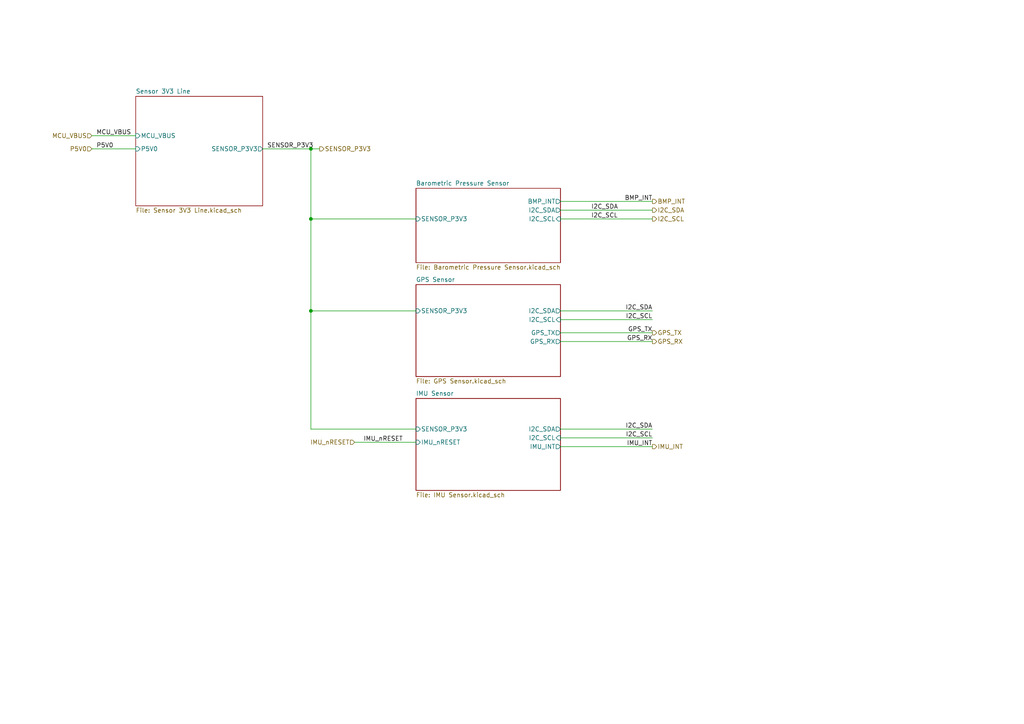
<source format=kicad_sch>
(kicad_sch
	(version 20250114)
	(generator "eeschema")
	(generator_version "9.0")
	(uuid "bf67175b-371f-4aa7-9d74-e5ad2070fa92")
	(paper "A4")
	(lib_symbols)
	(junction
		(at 90.17 90.17)
		(diameter 0)
		(color 0 0 0 0)
		(uuid "13e601cc-2f58-4c4e-8304-626d0d8939bc")
	)
	(junction
		(at 90.17 43.18)
		(diameter 0)
		(color 0 0 0 0)
		(uuid "ae28afc3-a76e-4a15-8a29-b6a8a0133c1a")
	)
	(junction
		(at 90.17 63.5)
		(diameter 0)
		(color 0 0 0 0)
		(uuid "d97f6e5b-54ef-4aff-b8dd-983753c42e62")
	)
	(wire
		(pts
			(xy 90.17 90.17) (xy 90.17 124.46)
		)
		(stroke
			(width 0)
			(type default)
		)
		(uuid "0c291e89-055f-4f2d-9394-ee3711821ef9")
	)
	(wire
		(pts
			(xy 90.17 63.5) (xy 120.65 63.5)
		)
		(stroke
			(width 0)
			(type default)
		)
		(uuid "1a78c45f-14b2-4ce4-a155-8c52c553f282")
	)
	(wire
		(pts
			(xy 90.17 43.18) (xy 92.71 43.18)
		)
		(stroke
			(width 0)
			(type default)
		)
		(uuid "24cfb8fb-3a4a-4d1a-a282-b4b3b1a05681")
	)
	(wire
		(pts
			(xy 162.56 99.06) (xy 189.23 99.06)
		)
		(stroke
			(width 0)
			(type default)
		)
		(uuid "25ab9829-fdae-40a8-9930-2de840b6c6b8")
	)
	(wire
		(pts
			(xy 102.87 128.27) (xy 120.65 128.27)
		)
		(stroke
			(width 0)
			(type default)
		)
		(uuid "28435feb-c57c-4c6b-a065-a03a8b764706")
	)
	(wire
		(pts
			(xy 90.17 63.5) (xy 90.17 90.17)
		)
		(stroke
			(width 0)
			(type default)
		)
		(uuid "350b1e08-d137-49ac-891b-64b56d4490a6")
	)
	(wire
		(pts
			(xy 162.56 63.5) (xy 189.23 63.5)
		)
		(stroke
			(width 0)
			(type default)
		)
		(uuid "43ef5fc6-223c-45e8-811e-fa1935815cc8")
	)
	(wire
		(pts
			(xy 90.17 124.46) (xy 120.65 124.46)
		)
		(stroke
			(width 0)
			(type default)
		)
		(uuid "5bfdcc37-fb23-4109-87ce-c5199151ccd3")
	)
	(wire
		(pts
			(xy 162.56 129.54) (xy 189.23 129.54)
		)
		(stroke
			(width 0)
			(type default)
		)
		(uuid "5fedd3d8-62a4-4cbf-b9ce-0f6d55f6136a")
	)
	(wire
		(pts
			(xy 90.17 90.17) (xy 120.65 90.17)
		)
		(stroke
			(width 0)
			(type default)
		)
		(uuid "725b5e1a-af30-4bb8-878a-00be1b2c9cdd")
	)
	(wire
		(pts
			(xy 162.56 124.46) (xy 189.23 124.46)
		)
		(stroke
			(width 0)
			(type default)
		)
		(uuid "7a73e936-60b1-49f6-adb2-1b7099180d42")
	)
	(wire
		(pts
			(xy 162.56 90.17) (xy 189.23 90.17)
		)
		(stroke
			(width 0)
			(type default)
		)
		(uuid "7c1f9913-8483-4d34-ae0a-714aeff39922")
	)
	(wire
		(pts
			(xy 76.2 43.18) (xy 90.17 43.18)
		)
		(stroke
			(width 0)
			(type default)
		)
		(uuid "7caa6205-4e74-47e9-ba4b-fe2ebd259b4d")
	)
	(wire
		(pts
			(xy 162.56 127) (xy 189.23 127)
		)
		(stroke
			(width 0)
			(type default)
		)
		(uuid "7ebae63f-f3ff-4ceb-9982-82a25b69c0f6")
	)
	(wire
		(pts
			(xy 26.67 43.18) (xy 39.37 43.18)
		)
		(stroke
			(width 0)
			(type default)
		)
		(uuid "844ee112-eb65-477b-8233-88824f332f3b")
	)
	(wire
		(pts
			(xy 162.56 92.71) (xy 189.23 92.71)
		)
		(stroke
			(width 0)
			(type default)
		)
		(uuid "8c9b674d-c451-4901-85ac-de8c10ab7f20")
	)
	(wire
		(pts
			(xy 90.17 43.18) (xy 90.17 63.5)
		)
		(stroke
			(width 0)
			(type default)
		)
		(uuid "996dd011-c7dc-4ada-9e04-87b236590dab")
	)
	(wire
		(pts
			(xy 162.56 58.42) (xy 189.23 58.42)
		)
		(stroke
			(width 0)
			(type default)
		)
		(uuid "9ac1d0f7-244d-4c5b-8b2b-0ee90eea24df")
	)
	(wire
		(pts
			(xy 162.56 96.52) (xy 189.23 96.52)
		)
		(stroke
			(width 0)
			(type default)
		)
		(uuid "d6e09b39-e812-4277-b8c3-9a29b691f6e2")
	)
	(wire
		(pts
			(xy 26.67 39.37) (xy 39.37 39.37)
		)
		(stroke
			(width 0)
			(type default)
		)
		(uuid "d7b9db86-29a6-4916-8c2f-6daccb63b5cf")
	)
	(wire
		(pts
			(xy 162.56 60.96) (xy 189.23 60.96)
		)
		(stroke
			(width 0)
			(type default)
		)
		(uuid "f284902a-2643-4578-bc77-c3f529b64c9e")
	)
	(label "I2C_SDA"
		(at 189.23 90.17 180)
		(effects
			(font
				(size 1.27 1.27)
			)
			(justify right bottom)
		)
		(uuid "10c0e749-d2f1-42f2-94d2-dccbf7998401")
	)
	(label "I2C_SCL"
		(at 189.23 92.71 180)
		(effects
			(font
				(size 1.27 1.27)
			)
			(justify right bottom)
		)
		(uuid "17daf860-3cff-4a97-8da8-03f364701a2f")
	)
	(label "I2C_SCL"
		(at 171.45 63.5 0)
		(effects
			(font
				(size 1.27 1.27)
			)
			(justify left bottom)
		)
		(uuid "1d37e6ce-21ee-4d7b-9503-8dc86bb106d7")
	)
	(label "GPS_TX"
		(at 189.23 96.52 180)
		(effects
			(font
				(size 1.27 1.27)
			)
			(justify right bottom)
		)
		(uuid "29ec1c8b-8c8c-4803-bd3d-87a82c7f08d9")
	)
	(label "I2C_SCL"
		(at 189.23 127 180)
		(effects
			(font
				(size 1.27 1.27)
			)
			(justify right bottom)
		)
		(uuid "3b348469-5c68-47f9-9d4d-ff4159793c93")
	)
	(label "IMU_nRESET"
		(at 105.41 128.27 0)
		(effects
			(font
				(size 1.27 1.27)
			)
			(justify left bottom)
		)
		(uuid "50ae87f5-922b-4500-b1cb-b72e526c60c9")
	)
	(label "P5V0"
		(at 27.94 43.18 0)
		(effects
			(font
				(size 1.27 1.27)
			)
			(justify left bottom)
		)
		(uuid "52aa7eb2-8c9a-48a9-8232-c1786e8d23b2")
	)
	(label "I2C_SDA"
		(at 171.45 60.96 0)
		(effects
			(font
				(size 1.27 1.27)
			)
			(justify left bottom)
		)
		(uuid "84ed4176-25e4-4c73-9e91-586a819140b4")
	)
	(label "MCU_VBUS"
		(at 27.94 39.37 0)
		(effects
			(font
				(size 1.27 1.27)
			)
			(justify left bottom)
		)
		(uuid "98e3afbe-51d5-4214-a5b0-cab9b9c19e2a")
	)
	(label "GPS_RX"
		(at 189.23 99.06 180)
		(effects
			(font
				(size 1.27 1.27)
			)
			(justify right bottom)
		)
		(uuid "9c93331d-19d8-4e81-b2b1-f0c885a4cbf5")
	)
	(label "IMU_INT"
		(at 189.23 129.54 180)
		(effects
			(font
				(size 1.27 1.27)
			)
			(justify right bottom)
		)
		(uuid "a086b499-aa08-462b-9ea3-181b64d0f645")
	)
	(label "I2C_SDA"
		(at 189.23 124.46 180)
		(effects
			(font
				(size 1.27 1.27)
			)
			(justify right bottom)
		)
		(uuid "aed2a0dd-ac3e-4886-ba44-544715f291b6")
	)
	(label "BMP_INT"
		(at 189.23 58.42 180)
		(effects
			(font
				(size 1.27 1.27)
			)
			(justify right bottom)
		)
		(uuid "b02769a6-0fa7-47dc-81b3-dccf29f97f9b")
	)
	(label "SENSOR_P3V3"
		(at 77.47 43.18 0)
		(effects
			(font
				(size 1.27 1.27)
			)
			(justify left bottom)
		)
		(uuid "c4479e2e-ef40-45d9-92fa-83315eb9e290")
	)
	(hierarchical_label "IMU_INT"
		(shape output)
		(at 189.23 129.54 0)
		(effects
			(font
				(size 1.27 1.27)
			)
			(justify left)
		)
		(uuid "01039359-b64d-431c-b1c6-15dd018c798b")
	)
	(hierarchical_label "P5V0"
		(shape input)
		(at 26.67 43.18 180)
		(effects
			(font
				(size 1.27 1.27)
			)
			(justify right)
		)
		(uuid "030ef1f6-c6f1-4992-9bb0-60235f3a4a6f")
	)
	(hierarchical_label "MCU_VBUS"
		(shape input)
		(at 26.67 39.37 180)
		(effects
			(font
				(size 1.27 1.27)
			)
			(justify right)
		)
		(uuid "0f00f39c-ef97-48cb-90ed-20ad43ffa406")
	)
	(hierarchical_label "I2C_SCL"
		(shape output)
		(at 189.23 63.5 0)
		(effects
			(font
				(size 1.27 1.27)
			)
			(justify left)
		)
		(uuid "80cffcfe-14d1-48d0-ac02-c8c910ba39df")
	)
	(hierarchical_label "GPS_TX"
		(shape output)
		(at 189.23 96.52 0)
		(effects
			(font
				(size 1.27 1.27)
			)
			(justify left)
		)
		(uuid "8b101971-c6ec-4d4b-8632-44d96749f56b")
	)
	(hierarchical_label "SENSOR_P3V3"
		(shape output)
		(at 92.71 43.18 0)
		(effects
			(font
				(size 1.27 1.27)
			)
			(justify left)
		)
		(uuid "8ce4bfb9-7dfa-4866-9151-731d2a443c01")
	)
	(hierarchical_label "IMU_nRESET"
		(shape input)
		(at 102.87 128.27 180)
		(effects
			(font
				(size 1.27 1.27)
			)
			(justify right)
		)
		(uuid "af7ed807-64a4-4486-8011-0b8897694fdf")
	)
	(hierarchical_label "BMP_INT"
		(shape output)
		(at 189.23 58.42 0)
		(effects
			(font
				(size 1.27 1.27)
			)
			(justify left)
		)
		(uuid "b44deb6e-25fb-4abc-a5bc-7a9b8d97d3f6")
	)
	(hierarchical_label "I2C_SDA"
		(shape output)
		(at 189.23 60.96 0)
		(effects
			(font
				(size 1.27 1.27)
			)
			(justify left)
		)
		(uuid "e53dfa67-5a81-437b-a01e-a0ca10e80f41")
	)
	(hierarchical_label "GPS_RX"
		(shape output)
		(at 189.23 99.06 0)
		(effects
			(font
				(size 1.27 1.27)
			)
			(justify left)
		)
		(uuid "efd3cacb-265f-4153-96fc-4d05297c8b4b")
	)
	(sheet
		(at 120.65 54.61)
		(size 41.91 21.59)
		(exclude_from_sim no)
		(in_bom yes)
		(on_board yes)
		(dnp no)
		(fields_autoplaced yes)
		(stroke
			(width 0.1524)
			(type solid)
		)
		(fill
			(color 0 0 0 0.0000)
		)
		(uuid "525f2b83-8347-468d-b8c8-5a1df0e1c532")
		(property "Sheetname" "Barometric Pressure Sensor"
			(at 120.65 53.8984 0)
			(effects
				(font
					(size 1.27 1.27)
				)
				(justify left bottom)
			)
		)
		(property "Sheetfile" "Barometric Pressure Sensor.kicad_sch"
			(at 120.65 76.7846 0)
			(effects
				(font
					(size 1.27 1.27)
				)
				(justify left top)
			)
		)
		(pin "BMP_INT" output
			(at 162.56 58.42 0)
			(uuid "95d49e6c-72db-4e6d-be50-19c8a27f2e1e")
			(effects
				(font
					(size 1.27 1.27)
				)
				(justify right)
			)
		)
		(pin "I2C_SDA" output
			(at 162.56 60.96 0)
			(uuid "27fd928b-fbf2-4662-bc44-1663a8fdc86f")
			(effects
				(font
					(size 1.27 1.27)
				)
				(justify right)
			)
		)
		(pin "I2C_SCL" input
			(at 162.56 63.5 0)
			(uuid "d6d092a8-2e66-47f1-aa0e-22b388879ed7")
			(effects
				(font
					(size 1.27 1.27)
				)
				(justify right)
			)
		)
		(pin "SENSOR_P3V3" input
			(at 120.65 63.5 180)
			(uuid "be241f75-67a7-4b7a-8b02-5488b95096ff")
			(effects
				(font
					(size 1.27 1.27)
				)
				(justify left)
			)
		)
		(instances
			(project "STAR"
				(path "/fc8533bc-25dd-4c20-9b4c-ffebebd6739b/93231d0a-659f-4d39-8e8d-78b96a3896a1"
					(page "37")
				)
			)
		)
	)
	(sheet
		(at 120.65 115.57)
		(size 41.91 26.67)
		(exclude_from_sim no)
		(in_bom yes)
		(on_board yes)
		(dnp no)
		(fields_autoplaced yes)
		(stroke
			(width 0.1524)
			(type solid)
		)
		(fill
			(color 0 0 0 0.0000)
		)
		(uuid "75e06a36-2807-4a4b-af1f-d37310ed1ba6")
		(property "Sheetname" "IMU Sensor"
			(at 120.65 114.8584 0)
			(effects
				(font
					(size 1.27 1.27)
				)
				(justify left bottom)
			)
		)
		(property "Sheetfile" "IMU Sensor.kicad_sch"
			(at 120.65 142.8246 0)
			(effects
				(font
					(size 1.27 1.27)
				)
				(justify left top)
			)
		)
		(pin "IMU_INT" output
			(at 162.56 129.54 0)
			(uuid "78b49318-c1b8-4364-a7fb-90153c93fcc6")
			(effects
				(font
					(size 1.27 1.27)
				)
				(justify right)
			)
		)
		(pin "I2C_SCL" input
			(at 162.56 127 0)
			(uuid "334166b2-1795-4aa0-827d-93d782127110")
			(effects
				(font
					(size 1.27 1.27)
				)
				(justify right)
			)
		)
		(pin "SENSOR_P3V3" input
			(at 120.65 124.46 180)
			(uuid "b3e1742e-dc16-43e8-84ab-7e3f3c5051f2")
			(effects
				(font
					(size 1.27 1.27)
				)
				(justify left)
			)
		)
		(pin "I2C_SDA" output
			(at 162.56 124.46 0)
			(uuid "7807e265-601d-4c41-84b6-20f1815e9b31")
			(effects
				(font
					(size 1.27 1.27)
				)
				(justify right)
			)
		)
		(pin "IMU_nRESET" input
			(at 120.65 128.27 180)
			(uuid "d8e36abb-cff0-45bc-ba68-109c72813ce8")
			(effects
				(font
					(size 1.27 1.27)
				)
				(justify left)
			)
		)
		(instances
			(project "STAR"
				(path "/fc8533bc-25dd-4c20-9b4c-ffebebd6739b/93231d0a-659f-4d39-8e8d-78b96a3896a1"
					(page "39")
				)
			)
		)
	)
	(sheet
		(at 39.37 27.94)
		(size 36.83 31.75)
		(exclude_from_sim no)
		(in_bom yes)
		(on_board yes)
		(dnp no)
		(fields_autoplaced yes)
		(stroke
			(width 0.1524)
			(type solid)
		)
		(fill
			(color 0 0 0 0.0000)
		)
		(uuid "79d08640-5c3f-40a9-8b33-48497b13ec54")
		(property "Sheetname" "Sensor 3V3 Line"
			(at 39.37 27.2284 0)
			(effects
				(font
					(size 1.27 1.27)
				)
				(justify left bottom)
			)
		)
		(property "Sheetfile" "Sensor 3V3 Line.kicad_sch"
			(at 39.37 60.2746 0)
			(effects
				(font
					(size 1.27 1.27)
				)
				(justify left top)
			)
		)
		(pin "P5V0" input
			(at 39.37 43.18 180)
			(uuid "c48c2a84-43f3-4020-8f72-803892cc488f")
			(effects
				(font
					(size 1.27 1.27)
				)
				(justify left)
			)
		)
		(pin "SENSOR_P3V3" output
			(at 76.2 43.18 0)
			(uuid "80afa493-b9c8-4cdd-a2db-90e6d91630d3")
			(effects
				(font
					(size 1.27 1.27)
				)
				(justify right)
			)
		)
		(pin "MCU_VBUS" input
			(at 39.37 39.37 180)
			(uuid "ec1da57b-e1ff-45c7-9865-9307c7396b71")
			(effects
				(font
					(size 1.27 1.27)
				)
				(justify left)
			)
		)
		(instances
			(project "STAR"
				(path "/fc8533bc-25dd-4c20-9b4c-ffebebd6739b/93231d0a-659f-4d39-8e8d-78b96a3896a1"
					(page "36")
				)
			)
		)
	)
	(sheet
		(at 120.65 82.55)
		(size 41.91 26.67)
		(exclude_from_sim no)
		(in_bom yes)
		(on_board yes)
		(dnp no)
		(fields_autoplaced yes)
		(stroke
			(width 0.1524)
			(type solid)
		)
		(fill
			(color 0 0 0 0.0000)
		)
		(uuid "9289cd12-1ef3-48ff-8b8d-a8a786e9b637")
		(property "Sheetname" "GPS Sensor"
			(at 120.65 81.8384 0)
			(effects
				(font
					(size 1.27 1.27)
				)
				(justify left bottom)
			)
		)
		(property "Sheetfile" "GPS Sensor.kicad_sch"
			(at 120.65 109.8046 0)
			(effects
				(font
					(size 1.27 1.27)
				)
				(justify left top)
			)
		)
		(pin "I2C_SDA" output
			(at 162.56 90.17 0)
			(uuid "e4a9acb7-c87b-4086-93b2-9d5b8fa5be7f")
			(effects
				(font
					(size 1.27 1.27)
				)
				(justify right)
			)
		)
		(pin "GPS_TX" output
			(at 162.56 96.52 0)
			(uuid "b4291b92-04ab-4242-a2df-9eabadcbfb91")
			(effects
				(font
					(size 1.27 1.27)
				)
				(justify right)
			)
		)
		(pin "GPS_RX" output
			(at 162.56 99.06 0)
			(uuid "ff6b872a-ed64-4136-b289-4756c7c7617b")
			(effects
				(font
					(size 1.27 1.27)
				)
				(justify right)
			)
		)
		(pin "SENSOR_P3V3" input
			(at 120.65 90.17 180)
			(uuid "c2aeea02-fd7b-4186-9f9d-cdc21f80dbdd")
			(effects
				(font
					(size 1.27 1.27)
				)
				(justify left)
			)
		)
		(pin "I2C_SCL" input
			(at 162.56 92.71 0)
			(uuid "a05974c1-1c61-460f-9f19-78262e695988")
			(effects
				(font
					(size 1.27 1.27)
				)
				(justify right)
			)
		)
		(instances
			(project "STAR"
				(path "/fc8533bc-25dd-4c20-9b4c-ffebebd6739b/93231d0a-659f-4d39-8e8d-78b96a3896a1"
					(page "38")
				)
			)
		)
	)
)

</source>
